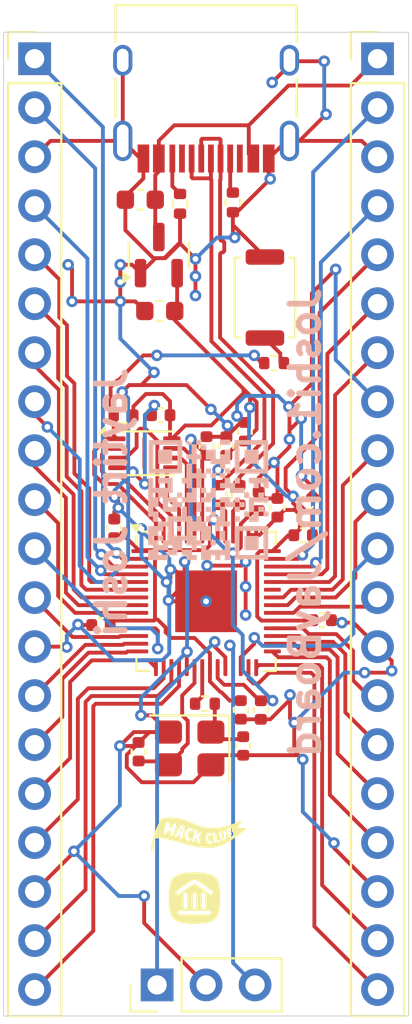
<source format=kicad_pcb>
(kicad_pcb (version 20241229) (generator "pcbnew") (generator_version "9.0")
  (layers (0 "F.Cu" signal) (2 "B.Cu" signal) (13 "F.Paste" user) (15 "B.Paste" user) (5 "F.SilkS" user "F.Silkscreen") (7 "B.SilkS" user "B.Silkscreen") (1 "F.Mask" user) (3 "B.Mask" user) (25 "Edge.Cuts" user))
  (net 0 "")
  (net 1 "+3V3")
  (net 2 "GND")
  (net 3 "+1V1")
  (net 4 "VBUS")
  (net 5 "XIN")
  (net 6 "Net-(C16-Pad2)")
  (net 7 "USB_D-")
  (net 8 "Net-(J1-CC1)")
  (net 9 "Net-(J1-CC2)")
  (net 10 "GPIO12")
  (net 11 "GPIO10")
  (net 12 "GPIO5")
  (net 13 "GPIO0")
  (net 14 "GPIO9")
  (net 15 "GPIO2")
  (net 16 "GPIO14")
  (net 17 "GPIO4")
  (net 18 "GPIO6")
  (net 19 "GPIO7")
  (net 20 "GPIO11")
  (net 21 "GPIO1")
  (net 22 "GPIO8")
  (net 23 "GPIO3")
  (net 24 "GPIO13")
  (net 25 "GPIO15")
  (net 26 "GPIO29_ADC3")
  (net 27 "GPIO26_ADC0")
  (net 28 "GPIO24")
  (net 29 "GPIO20")
  (net 30 "RUN")
  (net 31 "GPIO17")
  (net 32 "GPIO28_ADC2")
  (net 33 "GPIO23")
  (net 34 "GPIO27_ADC1")
  (net 35 "GPIO16")
  (net 36 "GPIO18")
  (net 37 "GPIO19")
  (net 38 "GPIO22")
  (net 39 "GPIO21")
  (net 40 "SWD")
  (net 41 "SWCLK")
  (net 42 "Net-(U1-USB_DP)")
  (net 43 "Net-(U1-USB_DM)")
  (net 44 "QSPI_SS")
  (net 45 "QSPI_SD3")
  (net 47 "QSPI_SCLK")
  (net 48 "XOUT")
  (net 49 "QSPI_SD1")
  (net 50 "QSPI_SD0")
  (net 51 "QSPI_SD2")
  (net 52 "Net-(R6-Pad2)")
  (net 53 "USB_D+")
  (footprint "Capacitor_SMD:C_0402_1005Metric" (layer "F.Cu") (at 232.62 101.07 -90)
    (property "Reference" "C2" (hide yes))
    (property "Value" "0.1uF" (hide yes))
  )
  (footprint "Capacitor_SMD:C_0402_1005Metric" (layer "F.Cu") (at 232.745 102.94 90)
    (property "Reference" "C16" (hide yes))
    (property "Value" "33pF" (hide yes))
  )
  (footprint "Resistor_SMD:R_0402_1005Metric" (layer "F.Cu") (at 230.76 100.75 180)
    (property "Reference" "R5" (hide yes))
    (property "Value" "1K" (hide yes))
  )
  (footprint "Package_SON:Winbond_USON-8-1EP_3x2mm_P0.5mm_EP0.2x1.6mm" (layer "F.Cu") (at 227.62 87.765)
    (property "Reference" "U4" (hide yes))
    (property "Value" "W25Q16JVUXIQ TR" (hide yes))
  )
  (footprint "Resistor_SMD:R_0402_1005Metric" (layer "F.Cu") (at 231.495 89.93 -90)
    (property "Reference" "R3" (hide yes))
    (property "Value" "27" (hide yes))
  )
  (footprint "Capacitor_SMD:C_0402_1005Metric" (layer "F.Cu") (at 236.84 96.42)
    (property "Reference" "C9" (hide yes))
    (property "Value" "0.1uF")
  )
  (footprint "Resistor_SMD:R_0402_1005Metric" (layer "F.Cu") (at 229.47 74.83 -90)
    (property "Reference" "R1" (hide yes))
    (property "Value" "5.1K" (hide yes))
  )
  (footprint "Button_Switch_SMD:SW_Push_SPST_NO_Alps_SKRK" (layer "F.Cu") (at 233.87 79.69 -90)
    (property "Reference" "SW1" (hide yes))
    (property "Value" "SW_Push" (hide yes))
  )
  (footprint "LOGO" (layer "F.Cu") (at 230.22 110.83)
    (property "Reference" "G***" (hide yes))
    (property "Value" "LOGO" (hide yes))
  )
  (footprint "Capacitor_SMD:C_0402_1005Metric" (layer "F.Cu") (at 232.83 86.65 90)
    (property "Reference" "C7" (hide yes))
    (property "Value" "0.1uF" (hide yes))
  )
  (footprint "Capacitor_SMD:C_0402_1005Metric" (layer "F.Cu") (at 230.845 87.385 90)
    (property "Reference" "C12" (hide yes))
    (property "Value" "0.1uF" (hide yes))
  )
  (footprint "Capacitor_SMD:C_0402_1005Metric" (layer "F.Cu") (at 233.66 101.08 -90)
    (property "Reference" "C10" (hide yes))
    (property "Value" "1uF" (hide yes))
  )
  (footprint "Capacitor_SMD:C_0402_1005Metric" (layer "F.Cu") (at 236.02 90.365 45)
    (property "Reference" "C1" (hide yes))
    (property "Value" "1uF" (hide yes))
  )
  (footprint "Package_TO_SOT_SMD:SOT-23" (layer "F.Cu") (at 228.37 77.49 90)
    (property "Reference" "U2" (hide yes))
    (property "Value" "MCP1700x-330xxTT" (hide yes))
  )
  (footprint "Resistor_SMD:R_0402_1005Metric" (layer "F.Cu") (at 232.21 74.76 -90)
    (property "Reference" "R2" (hide yes))
    (property "Value" "5.1K" (hide yes))
  )
  (footprint "Connector_USB:USB_C_Receptacle_HRO_TYPE-C-31-M-12" (layer "F.Cu") (at 230.82 68.44 180)
    (property "Reference" "J1" (hide yes))
    (property "Value" "USB_C_Receptacle_USB2.0_14P" (hide yes))
  )
  (footprint "Capacitor_SMD:C_0402_1005Metric" (layer "F.Cu") (at 227.32 103.24 -90)
    (property "Reference" "C15" (hide yes))
    (property "Value" "33pF" (hide yes))
  )
  (footprint "Connector_PinHeader_2.54mm:PinHeader_1x20_P2.54mm_Vertical" (layer "F.Cu") (at 221.93 67.31)
    (property "Reference" "J2" (hide yes))
    (property "Value" "Conn_01x20" (hide yes))
  )
  (footprint "Resistor_SMD:R_0402_1005Metric" (layer "F.Cu") (at 232.545 89.93 -90)
    (property "Reference" "R4" (hide yes))
    (property "Value" "27" (hide yes))
  )
  (footprint "Capacitor_SMD:C_0402_1005Metric" (layer "F.Cu") (at 228.47 85.79 180)
    (property "Reference" "C17" (hide yes))
    (property "Value" "0.1uF" (hide yes))
  )
  (footprint "Capacitor_SMD:C_0603_1608Metric" (layer "F.Cu") (at 227.41 74.62 180)
    (property "Reference" "C13" (hide yes))
    (property "Value" "10uF" (hide yes))
  )
  (footprint "Capacitor_SMD:C_0402_1005Metric" (layer "F.Cu") (at 226.06 91.66 90)
    (property "Reference" "C4" (hide yes))
    (property "Value" "0.1uF" (hide yes))
  )
  (footprint "Connector_PinHeader_2.54mm:PinHeader_1x03_P2.54mm_Vertical" (layer "F.Cu") (at 228.28 115.33 90)
    (property "Reference" "J4" (hide yes))
    (property "Value" "Conn_01x03" (hide yes))
  )
  (footprint "Connector_PinHeader_2.54mm:PinHeader_1x20_P2.54mm_Vertical" (layer "F.Cu") (at 239.71 67.31)
    (property "Reference" "J3" (hide yes))
    (property "Value" "Conn_01x20" (hide yes))
  )
  (footprint "Resistor_SMD:R_0402_1005Metric" (layer "F.Cu") (at 234.345 83.09)
    (property "Reference" "R6" (hide yes))
    (property "Value" "1K" (hide yes))
  )
  (footprint "Capacitor_SMD:C_0402_1005Metric" (layer "F.Cu") (at 233.545 90.26 90)
    (property "Reference" "C11" (hide yes))
    (property "Value" "0.1uF" (hide yes))
  )
  (footprint "Resistor_SMD:R_0402_1005Metric" (layer "F.Cu") (at 226.54 85.81)
    (property "Reference" "R7" (hide yes))
    (property "Value" "10K" (hide yes))
  )
  (footprint "Capacitor_SMD:C_0603_1608Metric" (layer "F.Cu") (at 228.42 80.39 180)
    (property "Reference" "C14" (hide yes))
    (property "Value" "10uF" (hide yes))
  )
  (footprint "Capacitor_SMD:C_0402_1005Metric" (layer "F.Cu") (at 234.52 90.59 90)
    (property "Reference" "C5" (hide yes))
    (property "Value" "0.1uF" (hide yes))
  )
  (footprint "Capacitor_SMD:C_0402_1005Metric" (layer "F.Cu") (at 231.87 87.39 90)
    (property "Reference" "C6" (hide yes))
    (property "Value" "0.1uF" (hide yes))
  )
  (footprint "Crystal:Crystal_SMD_3225-4Pin_3.2x2.5mm" (layer "F.Cu") (at 229.97 103.07 180)
    (property "Reference" "Y1" (hide yes))
    (property "Value" "12 MHz" (hide yes))
  )
  (footprint "LOGO" (layer "F.Cu") (at 230.46 107.51)
    (property "Reference" "G***" (hide yes))
    (property "Value" "LOGO" (hide yes))
  )
  (footprint "Capacitor_SMD:C_0402_1005Metric" (layer "F.Cu") (at 225.37 96.67 180)
    (property "Reference" "C3" (hide yes))
    (property "Value" "0.1uF" (hide yes))
  )
  (footprint "Capacitor_SMD:C_0402_1005Metric" (layer "F.Cu") (at 235.85 92.015)
    (property "Reference" "C8" (hide yes))
    (property "Value" "0.1uF" (hide yes))
  )
  (footprint "Package_DFN_QFN:QFN-56-1EP_7x7mm_P0.4mm_EP3.2x3.2mm" (layer "F.Cu") (at 230.82 95.44)
    (property "Reference" "U1" (hide yes))
    (property "Value" "RP2040" (hide yes))
  )
  (footprint "LOGO" (layer "B.Cu") (at 230.873099 90.046199 180)
    (property "Reference" "G***" (hide yes))
    (property "Value" "LOGO" (hide yes))
  )
  (gr_rect (start 220.32 65.94) (end 241.32 116.94) (stroke (width 0.05)) (fill no) (layer "Edge.Cuts"))
  (gr_text "Joshi1.com/JayBoard" (at 235.96 91.37 90) (layer "B.SilkS") (effects (font (size 1.5 1.5) (thickness 0.3) (bold yes)) (justify mirror)))
  (gr_text "Jaytirt Joshi" (at 225.04 90.33 90) (layer "B.SilkS") (effects (font (size 1.5 1.5) (thickness 0.3) (bold yes)) (justify top mirror)))
  (segment (start 235.680589 90.704411) (end 234.885589 90.704411) (width 0.2) (layer "F.Cu") (net 1))
  (segment (start 227.3825 96.44) (end 228.12 96.44) (width 0.2) (layer "F.Cu") (net 1))
  (segment (start 231.02 98.8775) (end 231.02 98.14) (width 0.2) (layer "F.Cu") (net 1))
  (segment (start 234.885589 90.704411) (end 234.52 91.07) (width 0.2) (layer "F.Cu") (net 1))
  (segment (start 229.021 97.341) (end 228.721 97.041) (width 0.2) (layer "F.Cu") (net 1))
  (segment (start 234.945 88.54) (end 236.706 86.779) (width 0.2) (layer "F.Cu") (net 1))
  (segment (start 234.2575 96.44) (end 233.682439 96.44) (width 0.2) (layer "F.Cu") (net 1))
  (segment (start 228.95 85.79) (end 228.95 85.069105) (width 0.2) (layer "F.Cu") (net 1))
  (segment (start 233.471 96.228561) (end 233.471 92.989) (width 0.2) (layer "F.Cu") (net 1))
  (segment (start 236.34 96.44) (end 236.36 96.42) (width 0.2) (layer "F.Cu") (net 1))
  (segment (start 236.706 80.474) (end 239.71 77.47) (width 0.2) (layer "F.Cu") (net 1))
  (segment (start 229.736 86.324) (end 231.085943 86.324) (width 0.2) (layer "F.Cu") (net 1))
  (segment (start 232.05034 100.59) (end 231.63134 100.171) (width 0.2) (layer "F.Cu") (net 1))
  (segment (start 232.7575 84.4275) (end 229.195 80.865) (width 0.2) (layer "F.Cu") (net 1))
  (segment (start 231.42 92.0025) (end 231.42 91.404082) (width 0.2) (layer "F.Cu") (net 1))
  (segment (start 233.1 85.38) (end 233.09 85.39) (width 0.2) (layer "F.Cu") (net 1))
  (segment (start 228.570895 84.69) (end 227.7 84.69) (width 0.2) (layer "F.Cu") (net 1))
  (segment (start 233.62 92.84) (end 234.2575 92.84) (width 0.2) (layer "F.Cu") (net 1))
  (segment (start 235.33 89.993231) (end 235.131 89.794231) (width 0.2) (layer "F.Cu") (net 1))
  (segment (start 231.549 100.129) (end 231.5519 100.129) (width 0.2) (layer "F.Cu") (net 1))
  (segment (start 228.721 96.799242) (end 228.311758 96.39) (width 0.2) (layer "F.Cu") (net 1))
  (segment (start 227.3825 92.84) (end 226.6825 92.14) (width 0.2) (layer "F.Cu") (net 1))
  (segment (start 234.2575 96.44) (end 236.34 96.44) (width 0.2) (layer "F.Cu") (net 1))
  (segment (start 234.945 89.59745) (end 234.945 88.54) (width 0.2) (layer "F.Cu") (net 1))
  (segment (start 233.682439 96.44) (end 233.471 96.228561) (width 0.2) (layer "F.Cu") (net 1))
  (segment (start 233.02 92.0025) (end 233.5875 92.0025) (width 0.2) (layer "F.Cu") (net 1))
  (segment (start 229.195 80.865) (end 229.195 80.39) (width 0.2) (layer "F.Cu") (net 1))
  (segment (start 235.680589 91.704411) (end 235.37 92.015) (width 0.2) (layer "F.Cu") (net 1))
  (segment (start 226.08 96.44) (end 225.85 96.67) (width 0.2) (layer "F.Cu") (net 1))
  (segment (start 228.95 86.92) (end 229.045 87.015) (width 0.2) (layer "F.Cu") (net 1))
  (segment (start 228.17 92.789) (end 227.4335 92.789) (width 0.2) (layer "F.Cu") (net 1))
  (segment (start 232.62 100.59) (end 232.05034 100.59) (width 0.2) (layer "F.Cu") (net 1))
  (segment (start 228.311758 96.39) (end 228.17 96.39) (width 0.2) (layer "F.Cu") (net 1))
  (segment (start 228.95 85.79) (end 228.95 86.92) (width 0.2) (layer "F.Cu") (net 1))
  (segment (start 233.5875 92.0025) (end 234.52 91.07) (width 0.2) (layer "F.Cu") (net 1))
  (segment (start 231.02 92.0025) (end 231.02 91.404082) (width 0.2) (layer "F.Cu") (net 1))
  (segment (start 235.37 92.015) (end 235.0825 92.015) (width 0.2) (layer "F.Cu") (net 1))
  (segment (start 231.02 99.6) (end 231.24 99.82) (width 0.2) (layer "F.Cu") (net 1))
  (segment (start 231.085943 86.324) (end 232.7575 84.652443) (width 0.2) (layer "F.Cu") (net 1))
  (segment (start 233.1 84.77) (end 232.7575 84.4275) (width 0.2) (layer "F.Cu") (net 1))
  (segment (start 233.1 84.77) (end 233.1 85.38) (width 0.2) (layer "F.Cu") (net 1))
  (segment (start 227.4335 92.789) (end 227.3825 92.84) (width 0.2) (layer "F.Cu") (net 1))
  (segment (start 231.02 92.54) (end 230.771 92.789) (width 0.2) (layer "F.Cu") (net 1))
  (segment (start 231.02 98.8775) (end 231.02 99.6) (width 0.2) (layer "F.Cu") (net 1))
  (segment (start 236.706 86.779) (end 236.706 80.474) (width 0.2) (layer "F.Cu") (net 1))
  (segment (start 233.441 86.519) (end 233.441 85.111) (width 0.2) (layer "F.Cu") (net 1))
  (segment (start 235.131 89.794231) (end 235.131 89.78345) (width 0.2) (layer "F.Cu") (net 1))
  (segment (start 232.7575 84.652443) (end 232.7575 84.4275) (width 0.2) (layer "F.Cu") (net 1))
  (segment (start 228.95 85.069105) (end 228.570895 84.69) (width 0.2) (layer "F.Cu") (net 1))
  (segment (start 231.02 91.404082) (end 231.22 91.204082) (width 0.2) (layer "F.Cu") (net 1))
  (segment (start 233.471 92.989) (end 233.62 92.84) (width 0.2) (layer "F.Cu") (net 1))
  (segment (start 227.05 85.34) (end 227.05 85.81) (width 0.2) (layer "F.Cu") (net 1))
  (segment (start 232.79 87.13) (end 232.61 87.13) (width 0.2) (layer "F.Cu") (net 1))
  (segment (start 231.02 98.14) (end 230.221 97.341) (width 0.2) (layer "F.Cu") (net 1))
  (segment (start 229.045 87.015) (end 229.736 86.324) (width 0.2) (layer "F.Cu") (net 1))
  (segment (start 235.131 89.78345) (end 234.945 89.59745) (width 0.2) (layer "F.Cu") (net 1))
  (segment (start 227.7 84.69) (end 227.05 85.34) (width 0.2) (layer "F.Cu") (net 1))
  (segment (start 228.12 96.44) (end 228.17 96.39) (width 0.2) (layer "F.Cu") (net 1))
  (segment (start 228.17 96.39) (end 228.17 92.789) (width 0.2) (layer "F.Cu") (net 1))
  (segment (start 226.45 91.84) (end 226.45 91.9075) (width 0.2) (layer "F.Cu") (net 1))
  (segment (start 235.680589 90.704411) (end 235.680589 91.704411) (width 0.2) (layer "F.Cu") (net 1))
  (segment (start 231.24 99.82) (end 231.549 100.129) (width 0.2) (layer "F.Cu") (net 1))
  (segment (start 235.33 89.993231) (end 235.33 90.353822) (width 0.2) (layer "F.Cu") (net 1))
  (segment (start 229.32 78.4275) (end 229.32 80.265) (width 0.2) (layer "F.Cu") (net 1))
  (segment (start 228.721 97.041) (end 228.721 96.799242) (width 0.2) (layer "F.Cu") (net 1))
  (segment (start 232.61 87.13) (end 231.87 87.87) (width 0.2) (layer "F.Cu") (net 1))
  (segment (start 231.42 91.404082) (end 231.22 91.204082) (width 0.2) (layer "F.Cu") (net 1))
  (segment (start 230.771 92.789) (end 228.17 92.789) (width 0.2) (layer "F.Cu") (net 1))
  (segment (start 233.441 85.111) (end 233.1 84.77) (width 0.2) (layer "F.Cu") (net 1))
  (segment (start 235.0825 92.015) (end 234.2575 92.84) (width 0.2) (layer "F.Cu") (net 1))
  (segment (start 226.6825 92.14) (end 226.06 92.14) (width 0.2) (layer "F.Cu") (net 1))
  (segment (start 231.444387 88.622083) (end 231.444387 88.295613) (width 0.2) (layer "F.Cu") (net 1))
  (segment (start 230.221 97.341) (end 229.021 97.341) (width 0.2) (layer "F.Cu") (net 1))
  (segment (start 227.3825 96.44) (end 226.08 96.44) (width 0.2) (layer "F.Cu") (net 1))
  (segment (start 231.444387 88.295613) (end 231.87 87.87) (width 0.2) (layer "F.Cu") (net 1))
  (segment (start 235.33 90.353822) (end 235.680589 90.704411) (width 0.2) (layer "F.Cu") (net 1))
  (segment (start 232.83 87.13) (end 233.441 86.519) (width 0.2) (layer "F.Cu") (net 1))
  (segment (start 229.32 80.265) (end 229.195 80.39) (width 0.2) (layer "F.Cu") (net 1))
  (segment (start 231.02 92.0025) (end 231.02 92.54) (width 0.2) (layer "F.Cu") (net 1))
  (via (at 231.22 91.204082) (size 0.6) (drill 0.3) (layers "F.Cu" "B.Cu") (net 1))
  (via (at 235.33 89.993231) (size 0.6) (drill 0.3) (layers "F.Cu" "B.Cu") (net 1))
  (via (at 231.444387 88.622083) (size 0.6) (drill 0.3) (layers "F.Cu" "B.Cu") (net 1))
  (via (at 233.09 85.39) (size 0.6) (drill 0.3) (layers "F.Cu" "B.Cu") (net 1))
  (segment (start 233.05 88.045) (end 234.998231 89.993231) (width 0.2) (layer "B.Cu") (net 1))
  (segment (start 234.998231 89.993231) (end 235.33 89.993231) (width 0.2) (layer "B.Cu") (net 1))
  (segment (start 231.22 91.204082) (end 231.22 88.84647) (width 0.2) (layer "B.Cu") (net 1))
  (segment (start 233.09 85.39) (end 233.05 85.43) (width 0.2) (layer "B.Cu") (net 1))
  (segment (start 231.22 88.84647) (end 231.444387 88.622083) (width 0.2) (layer "B.Cu") (net 1))
  (segment (start 233.05 85.43) (end 233.05 88.045) (width 0.2) (layer "B.Cu") (net 1))
  (segment (start 231.87 86.91) (end 230.85 86.91) (width 0.2) (layer "F.Cu") (net 2))
  (segment (start 227.57 72.485) (end 227.415 72.485) (width 0.2) (layer "F.Cu") (net 2))
  (segment (start 226.06 90.8) (end 226.27 90.59) (width 0.2) (layer "F.Cu") (net 2))
  (segment (start 232.21 76.487022) (end 232.303587 76.580609) (width 0.2) (layer "F.Cu") (net 2))
  (segment (start 227.14 102.94) (end 227.32 102.76) (width 0.2) (layer "F.Cu") (net 2))
  (segment (start 230.82 115.33) (end 227.61 112.12) (width 0.2) (layer "F.Cu") (net 2))
  (segment (start 232.424498 85.833972) (end 232.493972 85.833972) (width 0.2) (layer "F.Cu") (net 2))
  (segment (start 235.14 71.57) (end 238.89 71.57) (width 0.2) (layer "F.Cu") (net 2))
  (segment (start 226.9825 77.99) (end 227.42 78.4275) (width 0.2) (layer "F.Cu") (net 2))
  (segment (start 237.45 108.23) (end 237.45 107.97) (width 0.2) (layer "F.Cu") (net 2))
  (segment (start 228.1975 77.65) (end 227.42 78.4275) (width 0.2) (layer "F.Cu") (net 2))
  (segment (start 233.66 101.56) (end 234.149943 101.56) (width 0.2) (layer "F.Cu") (net 2))
  (segment (start 227.46 84.23) (end 228.12 83.57) (width 0.2) (layer "F.Cu") (net 2))
  (segment (start 226.37 79.89) (end 227.145 79.89) (width 0.2) (layer "F.Cu") (net 2))
  (segment (start 235.14 71.57) (end 234.985 71.57) (width 0.2) (layer "F.Cu") (net 2))
  (segment (start 232.21 75.93) (end 232.21 76.487022) (width 0.2) (layer "F.Cu") (net 2))
  (segment (start 226.83 84.23) (end 227.46 84.23) (width 0.2) (layer "F.Cu") (net 2))
  (segment (start 226.5 71.57) (end 222.75 71.57) (width 0.2) (layer "F.Cu") (net 2))
  (segment (start 227.61 112.12) (end 227.61 110.72) (width 0.2) (layer "F.Cu") (net 2))
  (segment (start 223.574855 97.79) (end 223.598163 97.813308) (width 0.2) (layer "F.Cu") (net 2))
  (segment (start 234.245 68.54) (end 235.345 67.44) (width 0.2) (layer "F.Cu") (net 2))
  (segment (start 240.445 99.04) (end 240.445 98.525) (width 0.2) (layer "F.Cu") (net 2))
  (segment (start 228.92 95.44) (end 228.87 95.39) (width 0.2) (layer "F.Cu") (net 2))
  (segment (start 231.87 86.388472) (end 231.931736 86.326736) (width 0.2) (layer "F.Cu") (net 2))
  (segment (start 228.87 102.22) (end 227.07 102.22) (width 0.2) (layer "F.Cu") (net 2))
  (segment (start 221.93 85.74) (end 222.59 86.4) (width 0.2) (layer "F.Cu") (net 2))
  (segment (start 239.71 110.49) (end 237.45 108.23) (width 0.2) (layer "F.Cu") (net 2))
  (segment (start 233.545 89.04) (end 234.345 88.24) (width 0.2) (layer "F.Cu") (net 2))
  (segment (start 232.671 93.59) (end 230.87 93.59) (width 0.2) (layer "F.Cu") (net 2))
  (segment (start 231.57 103.42) (end 231.07 103.92) (width 0.2) (layer "F.Cu") (net 2))
  (segment (start 230.82 95.44) (end 228.92 95.44) (width 0.2) (layer "F.Cu") (net 2))
  (segment (start 226.06 91.18) (end 226.06 90.8) (width 0.2) (layer "F.Cu") (net 2))
  (segment (start 236.359411 90.925589) (end 236.33 90.955) (width 0.2) (layer "F.Cu") (net 2))
  (segment (start 235.39 101.73) (end 235.39 103.195) (width 0.2) (layer "F.Cu") (net 2))
  (segment (start 232.871 93.39) (end 232.871 94.68) (width 0.2) (layer "F.Cu") (net 2))
  (segment (start 235.345 67.44) (end 236.945 67.44) (width 0.2) (layer "F.Cu") (net 2))
  (segment (start 238.466441 96.546441) (end 237.86 96.546441) (width 0.2) (layer "F.Cu") (net 2))
  (segment (start 222.75 71.57) (end 221.93 72.39) (width 0.2) (layer "F.Cu") (net 2))
  (segment (start 227.47 91.69) (end 227.37 91.69) (width 0.2) (layer "F.Cu") (net 2))
  (segment (start 235.145 85.385) (end 235.11 85.35) (width 0.2) (layer "F.Cu") (net 2))
  (segment (start 236.359411 90.025589) (end 236.359411 89.529411) (width 0.2) (layer "F.Cu") (net 2))
  (segment (start 226.195 88.515) (end 226.80353 88.515) (width 0.2) (layer "F.Cu") (net 2))
  (segment (start 234.985 71.57) (end 234.07 72.485) (width 0.2) (layer "F.Cu") (net 2))
  (segment (start 230.169 104.821) (end 227.48345 104.821) (width 0.2) (layer "F.Cu") (net 2))
  (segment (start 234.52 90.11) (end 234.52 88.415) (width 0.2) (layer "F.Cu") (net 2))
  (segment (start 235.66 71.57) (end 237.04 70.19) (width 0.2) (layer "F.Cu") (net 2))
  (segment (start 226.5 71.57) (end 226.5 67.39) (width 0.2) (layer "F.Cu") (net 2))
  (segment (start 226.37 78.89) (end 226.37 77.99) (width 0.2) (layer "F.Cu") (net 2))
  (segment (start 231.07 85.49) (end 229.81 84.23) (width 0.2) (layer "F.Cu") (net 2))
  (segment (start 234.52 88.415) (end 234.345 88.24) (width 0.2) (layer "F.Cu") (net 2))
  (segment (start 226.635 74.455) (end 227.57 73.52) (width 0.2) (layer "F.Cu") (net 2))
  (segment (start 221.93 110.49) (end 223.97 108.45) (width 0.2) (layer "F.Cu") (net 2))
  (segment (start 230.82 95.44) (end 229.17 93.79) (width 0.2) (layer "F.Cu") (net 2))
  (segment (start 235.615 103.42) (end 232.745 103.42) (width 0.2) (layer "F.Cu") (net 2))
  (segment (start 227.415 72.485) (end 226.5 71.57) (width 0.2) (layer "F.Cu") (net 2))
  (segment (start 239.71 97.79) (end 238.466441 96.546441) (width 0.2) (layer "F.Cu") (net 2))
  (segment (start 227.57 73.52) (end 227.57 72.485) (width 0.2) (layer "F.Cu") (net 2))
  (segment (start 235.14 71.57) (end 235.66 71.57) (width 0.2) (layer "F.Cu") (net 2))
  (segment (start 226.709 104.04655) (end 226.709 103.39345) (width 0.2) (layer "F.Cu") (net 2))
  (segment (start 229.47 76.831968) (end 228.651968 77.65) (width 0.2) (layer "F.Cu") (net 2))
  (segment (start 236.359411 89.529411) (end 235.77 88.94) (width 0.2) (layer "F.Cu") (net 2))
  (segment (start 227.145 79.89) (end 227.645 80.39) (width 0.2) (layer "F.Cu") (net 2))
  (segment (start 228.651968 77.65) (end 228.088032 77.65) (width 0.2) (layer "F.Cu") (net 2))
  (segment (start 221.93 97.79) (end 223.574855 97.79) (width 0.2) (layer "F.Cu") (net 2))
  (segment (start 228.97 93.79) (end 228.97 94.24) (width 0.2) (layer "F.Cu") (net 2))
  (segment (start 226.80353 88.515) (end 227.024265 88.735735) (width 0.2) (layer "F.Cu") (net 2))
  (segment (start 234.52 90.11) (end 233.875 90.11) (width 0.2) (layer "F.Cu") (net 2))
  (segment (start 235.145 87.04) (end 235.145 85.385) (width 0.2) (layer "F.Cu") (net 2))
  (segment (start 228.002 101.352) (end 228.87 102.22) (width 0.2) (layer "F.Cu") (net 2))
  (segment (start 229.71 94.55) (end 229.71 93.389) (width 0.2) (layer "F.Cu") (net 2))
  (segment (start 229.17 93.79) (end 228.97 93.79) (width 0.2) (layer "F.Cu") (net 2))
  (segment (start 239.71 97.79) (end 239.71 98.47) (width 0.2) (layer "F.Cu") (net 2))
  (segment (start 226.83 84.23) (end 226.47 84.59) (width 0.2) (layer "F.Cu") (net 2))
  (segment (start 238.89 71.57) (end 239.71 72.39) (width 0.2) (layer "F.Cu") (net 2))
  (segment (start 226.635 74.62) (end 226.635 74.455) (width 0.2) (layer "F.Cu") (net 2))
  (segment (start 229.82 98.067581) (end 229.82 98.8775) (width 0.2) (layer "F.Cu") (net 2))
  (segment (start 227.07 102.22) (end 226.35 102.94) (width 0.2) (layer "F.Cu") (net 2))
  (segment (start 226.709 103.39345) (end 227.88245 102.22) (width 0.2) (layer "F.Cu") (net 2))
  (segment (start 223.87 78.19) (end 223.67 77.99) (width 0.2) (layer "F.Cu") (net 2))
  (segment (start 229.47 75.34) (end 229.47 76.831968) (width 0.2) (layer "F.Cu") (net 2))
  (segment (start 235.39 103.195) (end 235.835 103.64) (width 0.2) (layer "F.Cu") (net 2))
  (segment (start 234.149943 101.56) (end 235.17 100.539943) (width 0.2) (layer "F.Cu") (net 2))
  (segment (start 227.99 85.435446) (end 228.135446 85.29) (width 0.2) (layer "F.Cu") (net 2))
  (segment (start 223.87 79.89) (end 226.37 79.89) (width 0.2) (layer "F.Cu") (net 2))
  (segment (start 224.89 96.67) (end 224.208008 96.67) (width 0.2) (layer "F.Cu") (net 2))
  (segment (start 236.33 90.955) (end 236.33 92.015) (width 0.2) (layer "F.Cu") (net 2))
  (segment (start 235.145 87.04) (end 235.145 86.565) (width 0.2) (layer "F.Cu") (net 2))
  (segment (start 236.305 79.465) (end 237.54 78.23) (width 0.2) (layer "F.Cu") (net 2))
  (segment (start 236.305 84.155) (end 236.305 79.465) (width 0.2) (layer "F.Cu") (net 2))
  (segment (start 232.415 75.27) (end 232.21 75.27) (width 0.2) (layer "F.Cu") (net 2))
  (segment (start 232.21 75.27) (end 232.21 75.93) (width 0.2) (layer "F.Cu") (net 2))
  (segment (start 235.145 86.565) (end 235.75 85.96) (width 0.2) (layer "F.Cu") (net 2))
  (segment (start 227.99 85.79) (end 227.99 85.435446) (width 0.2) (layer "F.Cu") (net 2))
  (segment (start 235.145 87.44) (end 234.345 88.24) (width 0.2) (layer "F.Cu") (net 2))
  (segment (start 226.27 90.59) (end 226.27 90.245627) (width 0.2) (layer "F.Cu") (net 2))
  (segment (start 226.27 90.245627) (end 226.071 90.046627) (width 0.2) (layer "F.Cu") (net 2))
  (segment (start 226.635 76.196968) (end 226.635 74.62) (width 0.2) (layer "F.Cu") (net 2))
  (segment (start 228.088032 77.65) (end 226.635 76.196968) (width 0.2) (layer "F.Cu") (net 2))
  (segment (start 227.37 91.69) (end 226.27 90.59) (width 0.2) (layer "F.Cu") (net 2))
  (segment (start 228.87 95.39) (end 229.71 94.55) (width 0.2) (layer "F.Cu") (net 2))
  (segment (start 230.85 86.91) (end 230.845 86.905) (width 0.2) (layer "F.Cu") (net 2))
  (segment (start 231.07 103.92) (end 230.169 104.821) (width 0.2) (layer "F.Cu") (net 2))
  (segment (start 230.27 79.59) (end 230.27 77.69) (width 0.2) (layer "F.Cu") (net 2))
  (segment (start 229.47 76.89) (end 228.71 77.65) (width 0.2) (layer "F.Cu") (net 2))
  (segment (start 224.208008 96.67) (end 224.178008 96.64) (width 0.2) (layer "F.Cu") (net 2))
  (segment (start 232.61 86.17) (end 231.87 86.91) (width 0.2) (layer "F.Cu") (net 2))
  (segment (start 232.83 86.17) (end 232.61 86.17) (width 0.2) (layer "F.Cu") (net 2))
  (segment (start 239.04 99.14) (end 240.345 99.14) (width 0.2) (layer "F.Cu") (net 2))
  (segment (start 227.88245 102.22) (end 228.87 102.22) (width 0.2) (layer "F.Cu") (net 2))
  (segment (start 232.871 94.68) (end 232.871 96.15) (width 0.2) (layer "F.Cu") (net 2))
  (segment (start 233.545 89.78) (end 233.545 89.04) (width 0.2) (layer "F.Cu") (net 2))
  (segment (start 235.145 87.04) (end 235.145 87.44) (width 0.2) (layer "F.Cu") (net 2))
  (segment (start 234.07 73.465) (end 234.145 73.54) (width 0.2) (layer "F.Cu") (net 2))
  (segment (start 233.66 101.56) (end 232.63 101.56) (width 0.2) (layer "F.Cu") (net 2))
  (segment (start 221.93 85.09) (end 221.93 85.74) (width 0.2) (layer "F.Cu") (net 2))
  (segment (start 229.832649 98.054932) (end 229.82 98.067581) (width 0.2) (layer "F.Cu") (net 2))
  (segment (start 232.493972 85.833972) (end 232.83 86.17) (width 0.2) (layer "F.Cu") (net 2))
  (segment (start 229.81 84.23) (end 226.83 84.23) (width 0.2) (layer "F.Cu") (net 2))
  (segment (start 226.37 79.89) (end 226.37 77.99) (width 0.2) (layer "F.Cu") (net 2))
  (segment (start 234.07 72.485) (end 234.07 73.465) (width 0.2) (layer "F.Cu") (net 2))
  (segment (start 231.87 86.91) (end 231.87 86.388472) (width 0.2) (layer "F.Cu") (net 2))
  (segment (start 232.21 75.93) (end 233.87 77.59) (width 0.2) (layer "F.Cu") (net 2))
  (segment (start 240.345 99.14) (end 240.445 99.04) (width 0.2) (layer "F.Cu") (net 2))
  (segment (start 232.871 93.39) (end 232.671 93.59) (width 0.2) (layer "F.Cu") (net 2))
  (segment (start 232.745 103.42) (end 231.57 103.42) (width 0.2) (layer "F.Cu") (net 2))
  (segment (start 230.27 77.69) (end 229.47 76.89) (width 0.2) (layer "F.Cu") (net 2))
  (segment (start 235.17 101.51) (end 235.39 101.73) (width 0.2) (layer "F.Cu") (net 2))
  (segment (start 240.445 98.525) (end 239.71 97.79) (width 0.2) (layer "F.Cu") (net 2))
  (segment (start 223.87 79.89) (end 223.87 78.19) (width 0.2) (layer "F.Cu") (net 2))
  (segment (start 237.733559 96.42) (end 237.86 96.546441) (width 0.2) (layer "F.Cu") (net 2))
  (segment (start 233.875 90.11) (end 233.545 89.78) (width 0.2) (layer "F.Cu") (net 2))
  (segment (start 227.44 101.352) (end 228.002 101.352) (width 0.2) (layer "F.Cu") (net 2))
  (segment (start 235.17 100.539943) (end 235.17 100.29) (width 0.2) (layer "F.Cu") (net 2))
  (segment (start 234.145 73.54) (end 232.415 75.27) (width 0.2) (layer "F.Cu") (net 2))
  (segment (start 236.359411 90.025589) (end 236.359411 90.925589) (width 0.2) (layer "F.Cu") (net 2))
  (segment (start 226.35 102.94) (end 227.14 102.94) (width 0.2) (layer "F.Cu") (net 2))
  (segment (start 226.37 77.99) (end 226.9825 77.99) (width 0.2) (layer "F.Cu") (net 2))
  (segment (start 235.77 88.94) (end 235.77 88.93) (width 0.2) (layer "F.Cu") (net 2))
  (segment (start 223.97 108.45) (end 223.97 108.4) (width 0.2) (layer "F.Cu") (net 2))
  (segment (start 235.11 85.35) (end 236.305 84.155) (width 0.2) (layer "F.Cu") (net 2))
  (segment (start 237.32 96.42) (end 237.733559 96.42) (width 0.2) (layer "F.Cu") (net 2))
  (segment (start 228.71 77.65) (end 228.1975 77.65) (width 0.2) (layer "F.Cu") (net 2))
  (segment (start 232.63 101.56) (end 232.62 101.55) (width 0.2) (layer "F.Cu") (net 2))
  (segment (start 235.835 103.64) (end 235.615 103.42) (width 0.2) (layer "F.Cu") (net 2))
  (segment (start 227.024265 88.735735) (end 227.644265 89.355735) (width 0.2) (layer "F.Cu") (net 2))
  (segment (start 228.97 94.24) (end 228.77 94.44) (width 0.2) (layer "F.Cu") (net 2))
  (segment (start 227.48345 104.821) (end 226.709 104.04655) (width 0.2) (layer "F.Cu") (net 2))
  (segment (start 235.17 100.29) (end 235.17 101.51) (width 0.2) (layer "F.Cu") (net 2))
  (segment (start 229.47 76.89) (end 229.47 75.34) (width 0.2) (layer "F.Cu") (net 2))
  (via (at 236.945 67.44) (size 0.6) (drill 0.3) (layers "F.Cu" "B.Cu") (net 2))
  (via (at 237.54 78.23) (size 0.6) (drill 0.3) (layers "F.Cu" "B.Cu") (net 2))
  (via (at 228.87 95.39) (size 0.6) (drill 0.3) (layers "F.Cu" "B.Cu") (net 2))
  (via (at 235.17 100.29) (size 0.6) (drill 0.3) (layers "F.Cu" "B.Cu") (net 2))
  (via (at 226.27 90.59) (size 0.6) (drill 0.3) (layers "F.Cu" "B.Cu") (net 2))
  (via (at 232.871 93.39) (size 0.6) (drill 0.3) (layers "F.Cu" "B.Cu") (net 2))
  (via (at 230.27 77.69) (size 0.6) (drill 0.3) (layers "F.Cu" "B.Cu") (net 2))
  (via (at 223.67 77.99) (size 0.6) (drill 0.3) (layers "F.Cu" "B.Cu") (net 2))
  (via (at 234.145 73.54) (size 0.6) (drill 0.3) (layers "F.Cu" "B.Cu") (net 2))
  (via (at 235.835 103.64) (size 0.6) (drill 0.3) (layers "F.Cu" "B.Cu") (net 2))
  (via (at 237.86 96.546441) (size 0.6) (drill 0.3) (layers "F.Cu" "B.Cu") (net 2))
  (via (at 223.598163 97.813308) (size 0.6) (drill 0.3) (layers "F.Cu" "B.Cu") (net 2))
  (via (at 227.644265 89.355735) (size 0.6) (drill 0.3) (layers "F.Cu" "B.Cu") (net 2))
  (via (at 228.77 94.44) (size 0.6) (drill 0.3) (layers "F.Cu" "B.Cu") (net 2))
  (via (at 232.303587 76.580609) (size 0.6) (drill 0.3) (layers "F.Cu" "B.Cu") (net 2))
  (via (at 235.11 85.35) (size 0.6) (drill 0.3) (layers "F.Cu" "B.Cu") (net 2))
  (via (at 226.47 84.59) (size 0.6) (drill 0.3) (layers "F.Cu" "B.Cu") (net 2))
  (via (at 240.445 99.04) (size 0.6) (drill 0.3) (layers "F.Cu" "B.Cu") (net 2))
  (via (at 231.07 85.49) (size 0.6) (drill 0.3) (layers "F.Cu" "B.Cu") (net 2))
  (via (at 230.82 95.44) (size 0.6) (drill 0.3) (layers "F.Cu" "B.Cu") (net 2))
  (via (at 237.45 107.97) (size 0.6) (drill 0.3) (layers "F.Cu" "B.Cu") (net 2))
  (via (at 235.39 101.73) (size 0.6) (drill 0.3) (layers "F.Cu" "B.Cu") (net 2))
  (via (at 227.44 101.352) (size 0.6) (drill 0.3) (layers "F.Cu" "B.Cu") (net 2))
  (via (at 223.87 79.89) (size 0.6) (drill 0.3) (layers "F.Cu" "B.Cu") (net 2))
  (via (at 226.37 78.89) (size 0.6) (drill 0.3) (layers "F.Cu" "B.Cu") (net 2))
  (via (at 235.145 87.04) (size 0.6) (drill 0.3) (layers "F.Cu" "B.Cu") (net 2))
  (via (at 229.71 93.389) (size 0.6) (drill 0.3) (layers "F.Cu" "B.Cu") (net 2))
  (via (at 223.97 108.4) (size 0.6) (drill 0.3) (layers "F.Cu" "B.Cu") (net 2))
  (via (at 228.97 93.79) (size 0.6) (drill 0.3) (layers "F.Cu" "B.Cu") (net 2))
  (via (at 232.424498 85.833972) (size 0.6) (drill 0.3) (layers "F.Cu" "B.Cu") (net 2))
  (via (at 235.77 88.94) (size 0.6) (drill 0.3) (layers "F.Cu" "B.Cu") (net 2))
  (via (at 227.47 91.69) (size 0.6) (drill 0.3) (layers "F.Cu" "B.Cu") (net 2))
  (via (at 226.37 77.99) (size 0.6) (drill 0.3) (layers "F.Cu" "B.Cu") (net 2))
  (via (at 232.871 96.15) (size 0.6) (drill 0.3) (layers "F.Cu" "B.Cu") (net 2))
  (via (at 234.245 68.54) (size 0.6) (drill 0.3) (layers "F.Cu" "B.Cu") (net 2))
  (via (at 226.35 102.94) (size 0.6) (drill 0.3) (layers "F.Cu" "B.Cu") (net 2))
  (via (at 234.345 88.24) (size 0.6) (drill 0.3) (layers "F.Cu" "B.Cu") (net 2))
  (via (at 224.178008 96.64) (size 0.6) (drill 0.3) (layers "F.Cu" "B.Cu") (net 2))
  (via (at 230.27 78.59) (size 0.6) (drill 0.3) (layers "F.Cu" "B.Cu") (net 2))
  (via (at 226.071 90.046627) (size 0.6) (drill 0.3) (layers "F.Cu" "B.Cu") (net 2))
  (via (at 232.871 94.68) (size 0.6) (drill 0.3) (layers "F.Cu" "B.Cu") (net 2))
  (via (at 227.61 110.72) (size 0.6) (drill 0.3) (layers "F.Cu" "B.Cu") (net 2))
  (via (at 228.135446 85.29) (size 0.6) (drill 0.3) (layers "F.Cu" "B.Cu") (net 2))
  (via (at 235.77 88.94) (size 0.6) (drill 0.3) (layers "F.Cu" "B.Cu") (net 2))
  (via (at 237.04 70.19) (size 0.6) (drill 0.3) (layers "F.Cu" "B.Cu") (net 2))
  (via (at 222.59 86.4) (size 0.6) (drill 0.3) (layers "F.Cu" "B.Cu") (net 2))
  (via (at 227.024265 88.735735) (size 0.6) (drill 0.3) (layers "F.Cu" "B.Cu") (net 2))
  (via (at 239.04 99.14) (size 0.6) (drill 0.3) (layers "F.Cu" "B.Cu") (net 2))
  (via (at 226.37 79.89) (size 0.6) (drill 0.3) (layers "F.Cu" "B.Cu") (net 2))
  (via (at 231.931736 86.326736) (size 0.6) (drill 0.3) (layers "F.Cu" "B.Cu") (net 2))
  (via (at 228.12 83.57) (size 0.6) (drill 0.3) (layers "F.Cu" "B.Cu") (net 2))
  (via (at 230.87 93.59) (size 0.6) (drill 0.3) (layers "F.Cu" "B.Cu") (net 2))
  (via (at 235.75 85.96) (size 0.6) (drill 0.3) (layers "F.Cu" "B.Cu") (net 2))
  (via (at 230.27 79.59) (size 0.6) (drill 0.3) (layers "F.Cu" "B.Cu") (net 2))
  (via (at 229.832649 98.054932) (size 0.6) (drill 0.3) (layers "F.Cu" "B.Cu") (net 2))
  (segment (start 237.98 99.14) (end 239.04 99.14) (width 0.2) (layer "B.Cu") (net 2))
  (segment (start 226.781053 84.901053) (end 226.47 84.59) (width 0.2) (layer "B.Cu") (net 2))
  (segment (start 224.268 88.078) (end 224.268 93.597943) (width 0.2) (layer "B.Cu") (net 2))
  (segment (start 228.87 95.39) (end 228.87 93.89) (width 0.2) (layer "B.Cu") (net 2))
  (segment (start 228.77 94.44) (end 227.47 93.14) (width 0.2) (layer "B.Cu") (net 2))
  (segment (start 227.44 101.352) (end 227.44 100.447581) (width 0.2) (layer "B.Cu") (net 2))
  (segment (start 223.598163 97.219845) (end 224.178008 96.64) (width 0.2) (layer "B.Cu") (net 2))
  (segment (start 237.54 82.92) (end 239.71 85.09) (width 0.2) (layer "B.Cu") (net 2))
  (segment (start 228.87 93.89) (end 228.97 93.79) (width 0.2) (layer "B.Cu") (net 2))
  (segment (start 222.59 86.4) (end 224.268 88.078) (width 0.2) (layer "B.Cu") (net 2))
  (segment (start 228.560018 98.492021) (end 228.912075 98.139964) (width 0.2) (layer "B.Cu") (net 2))
  (segment (start 232.841057 84.789) (end 232.424498 85.205559) (width 0.2) (layer "B.Cu") (net 2))
  (segment (start 229.71 93.389) (end 229.832649 93.511649) (width 0.2) (layer "B.Cu") (net 2))
  (segment (start 229.832649 93.511649) (end 229.832649 98.054932) (width 0.2) (layer "B.Cu") (net 2))
  (segment (start 224.268 93.597943) (end 225.111057 94.441) (width 0.2) (layer "B.Cu") (net 2))
  (segment (start 225.111057 94.441) (end 225.608943 94.441) (width 0.2) (layer "B.Cu") (net 2))
  (segment (start 226.030029 98.492021) (end 228.560018 98.492021) (width 0.2) (layer "B.Cu") (net 2))
  (segment (start 226.29 110.72) (end 223.97 108.4) (width 0.2) (layer "B.Cu") (net 2))
  (segment (start 223.97 108.4) (end 226.35 106.02) (width 0.2) (layer "B.Cu") (net 2))
  (segment (start 231.07 85.49) (end 231.095 85.49) (width 0.2) (layer "B.Cu") (net 2))
  (segment (start 231.379391 76.580609) (end 230.27 77.69) (width 0.2) (layer "B.Cu") (net 2))
  (segment (start 235.75 88.92) (end 235.77 88.94) (width 0.2) (layer "B.Cu") (net 2))
  (segment (start 226.35 106.02) (end 226.35 102.94) (width 0.2) (layer "B.Cu") (net 2))
  (segment (start 227.47 93.14) (end 227.47 91.69) (width 0.2) (layer "B.Cu") (net 2))
  (segment (start 227.61 110.72) (end 226.29 110.72) (width 0.2) (layer "B.Cu") (net 2))
  (segment (start 234.549 84.789) (end 232.841057 84.789) (width 0.2) (layer "B.Cu") (net 2))
  (segment (start 227.644265 85.781181) (end 228.135446 85.29) (width 0.2) (layer "B.Cu") (net 2))
  (segment (start 226.071 89.689) (end 227.024265 88.735735) (width 0.2) (layer "B.Cu") (net 2))
  (segment (start 227.44 100.447581) (end 229.832649 98.054932) (width 0.2) (layer "B.Cu") (net 2))
  (segment (start 226.071 90.046627) (end 226.071 89.689) (width 0.2) (layer "B.Cu") (net 2))
  (segment (start 223.598163 97.813308) (end 223.598163 97.219845) (width 0.2) (layer "B.Cu") (net 2))
  (segment (start 228.912075 98.139964) (end 228.912075 93.232075) (width 0.2) (layer "B.Cu") (net 2))
  (segment (start 235.39 101.73) (end 237.98 99.14) (width 0.2) (layer "B.Cu") (net 2))
  (segment (start 237.54 78.23) (end 237.54 82.92) (width 0.2) (layer "B.Cu") (net 2))
  (segment (start 235.75 85.96) (end 235.75 88.92) (width 0.2) (layer "B.Cu") (net 2))
  (segment (start 232.424498 85.205559) (end 232.424498 85.833972) (width 0.2) (layer "B.Cu") (net 2))
  (segment (start 235.835 106.355) (end 235.835 103.64) (width 0.2) (layer "B.Cu") (net 2))
  (segment (start 224.178008 96.64) (end 226.030029 98.492021) (width 0.2) (layer "B.Cu") (net 2))
  (segment (start 237.45 107.97) (end 235.835 106.355) (width 0.2) (layer "B.Cu") (net 2))
  (segment (start 226.781053 93.26889) (end 226.781053 84.901053) (width 0.2) (layer "B.Cu") (net 2))
  (segment (start 225.608943 94.441) (end 226.781053 93.26889) (width 0.2) (layer "B.Cu") (net 2))
  (segment (start 227.644265 89.355735) (end 227.644265 85.781181) (width 0.2) (layer "B.Cu") (net 2))
  (segment (start 237.04 70.19) (end 236.945 70.095) (width 0.2) (layer "B.Cu") (net 2))
  (segment (start 226.37 81.82) (end 226.37 79.89) (width 0.2) (layer "B.Cu") (net 2))
  (segment (start 228.912075 93.232075) (end 226.27 90.59) (width 0.2) (layer "B.Cu") (net 2))
  (segment (start 232.303587 76.580609) (end 231.379391 76.580609) (width 0.2) (layer "B.Cu") (net 2))
  (segment (start 228.12 83.57) (end 226.37 81.82) (width 0.2) (layer "B.Cu") (net 2))
  (segment (start 231.095 85.49) (end 231.931736 86.326736) (width 0.2) (layer "B.Cu") (net 2))
  (segment (start 235.11 85.35) (end 234.549 84.789) (width 0.2) (layer "B.Cu") (net 2))
  (segment (start 236.945 70.095) (end 236.945 67.44) (width 0.2) (layer "B.Cu") (net 2))
  (segment (start 233.66 100.6) (end 234.26 100.6) (width 0.2) (layer "F.Cu") (net 3))
  (segment (start 232.62 92.0025) (end 232.62 91.43) (width 0.2) (layer "F.Cu") (net 3))
  (segment (start 234.26 100.6) (end 234.27 100.59) (width 0.2) (layer "F.Cu") (net 3))
  (segment (start 230.845 87.865) (end 230.845 87.857589) (width 0.2) (layer "F.Cu") (net 3))
  (segment (start 232.7729 99.77) (end 233.6029 100.6) (width 0.2) (layer "F.Cu") (net 3))
  (segment (start 231.42 99.43) (end 231.76 99.77) (width 0.2) (layer "F.Cu") (net 3))
  (segment (start 232.32 92.94) (end 232.208561 92.94) (width 0.2) (layer "F.Cu") (net 3))
  (segment (start 230.62 92.0025) (end 230.62 88.09) (width 0.2) (layer "F.Cu") (net 3))
  (segment (start 233.31 90.74) (end 233.545 90.74) (width 0.2) (layer "F.Cu") (net 3))
  (segment (start 233.6029 100.6) (end 233.66 100.6) (width 0.2) (layer "F.Cu") (net 3))
  (segment (start 231.76 99.77) (end 232.7729 99.77) (width 0.2) (layer "F.Cu") (net 3))
  (segment (start 232.62 92.64) (end 232.32 92.94) (width 0.2) (layer "F.Cu") (net 3))
  (segment (start 230.62 88.09) (end 230.845 87.865) (width 0.2) (layer "F.Cu") (net 3))
  (segment (start 230.845 87.857589) (end 230.035002 87.047591) (width 0.2) (layer "F.Cu") (net 3))
  (segment (start 232.62 92.0025) (end 232.62 92.64) (width 0.2) (layer "F.Cu") (net 3))
  (segment (start 232.62 91.43) (end 233.31 90.74) (width 0.2) (layer "F.Cu") (net 3))
  (segment (start 231.42 98.8775) (end 231.42 99.43) (width 0.2) (layer "F.Cu") (net 3))
  (via (at 234.27 100.59) (size 0.6) (drill 0.3) (layers "F.Cu" "B.Cu") (net 3))
  (via (at 232.208561 92.94) (size 0.6) (drill 0.3) (layers "F.Cu" "B.Cu") (net 3))
  (via (at 230.035002 87.047591) (size 0.6) (drill 0.3) (layers "F.Cu" "B.Cu") (net 3))
  (segment (start 230.035002 90.955002) (end 230.12 91.04) (width 0.2) (layer "B.Cu") (net 3))
  (segment (start 230.12 91.04) (end 232.02 92.94) (width 0.2) (layer "B.Cu") (net 3))
  (segment (start 232.72018 97.190123) (end 232.208561 96.678504) (width 0.2) (layer "B.Cu") (net 3))
  (segment (start 232.72018 99.04018) (end 232.72018 97.190123) (width 0.2) (layer "B.Cu") (net 3))
  (segment (start 232.208561 96.678504) (end 232.208561 92.94) (width 0.2) (layer "B.Cu") (net 3))
  (segment (start 232.02 92.94) (end 232.208561 92.94) (width 0.2) (layer "B.Cu") (net 3))
  (segment (start 234.27 100.59) (end 232.72018 99.04018) (width 0.2) (layer "B.Cu") (net 3))
  (segment (start 230.035002 87.047591) (end 230.035002 90.955002) (width 0.2) (layer "B.Cu") (net 3))
  (segment (start 232.320057 93.09) (end 232.445029 92.965028) (width 0.2) (layer "B.Cu") (net 3))
  (segment (start 232.17 93.09) (end 232.320057 93.09) (width 0.2) (layer "B.Cu") (net 3))
  (segment (start 230.12 91.04) (end 232.17 93.09) (width 0.2) (layer "B.Cu") (net 3))
  (segment (start 228.185 76.3675) (end 228.37 76.5525) (width 0.2) (layer "F.Cu") (net 4))
  (segment (start 238.321 68.699) (end 239.71 67.31) (width 0.2) (layer "F.Cu") (net 4))
  (segment (start 233.27 72.485) (end 233.034 72.249) (width 0.2) (layer "F.Cu") (net 4))
  (segment (start 233.034 70.759992) (end 229.170008 70.759992) (width 0.2) (layer "F.Cu") (net 4))
  (segment (start 228.185 74.62) (end 228.185 76.3675) (width 0.2) (layer "F.Cu") (net 4))
  (segment (start 235.094992 68.699) (end 238.321 68.699) (width 0.2) (layer "F.Cu") (net 4))
  (segment (start 228.37 72.485) (end 228.37 73.16) (width 0.2) (layer "F.Cu") (net 4))
  (segment (start 228.185 73.345) (end 228.185 74.62) (width 0.2) (layer "F.Cu") (net 4))
  (segment (start 228.37 73.16) (end 228.185 73.345) (width 0.2) (layer "F.Cu") (net 4))
  (segment (start 228.37 71.56) (end 228.37 72.485) (width 0.2) (layer "F.Cu") (net 4))
  (segment (start 233.034 70.759992) (end 235.094992 68.699) (width 0.2) (layer "F.Cu") (net 4))
  (segment (start 233.034 72.249) (end 233.034 70.759992) (width 0.2) (layer "F.Cu") (net 4))
  (segment (start 229.170008 70.759992) (end 228.37 71.56) (width 0.2) (layer "F.Cu") (net 4))
  (segment (start 228.69 103.74) (end 228.87 103.92) (width 0.2) (layer "F.Cu") (net 5))
  (segment (start 227.51 103.74) (end 228.69 103.74) (width 0.2) (layer "F.Cu") (net 5))
  (segment (start 229.58 103.21) (end 228.87 103.92) (width 0.2) (layer "F.Cu") (net 5))
  (segment (start 229.58 103.09616) (end 229.58 103.21) (width 0.2) (layer "F.Cu") (net 5))
  (segment (start 229.58 100.32) (end 229.58 101.34384) (width 0.2) (layer "F.Cu") (net 5))
  (segment (start 229.871 102.80516) (end 229.58 103.09616) (width 0.2) (layer "F.Cu") (net 5))
  (segment (start 230.22 98.8775) (end 230.22 99.68) (width 0.2) (layer "F.Cu") (net 5))
  (segment (start 229.871 101.63484) (end 229.871 102.80516) (width 0.2) (layer "F.Cu") (net 5))
  (segment (start 229.58 101.34384) (end 229.871 101.63484) (width 0.2) (layer "F.Cu") (net 5))
  (segment (start 230.22 99.68) (end 229.58 100.32) (width 0.2) (layer "F.Cu") (net 5))
  (segment (start 227.32 103.55) (end 227.51 103.74) (width 0.2) (layer "F.Cu") (net 5))
  (segment (start 231.44 102.59) (end 231.07 102.22) (width 0.2) (layer "F.Cu") (net 6))
  (segment (start 231.27 102.02) (end 231.07 102.22) (width 0.2) (layer "F.Cu") (net 6))
  (segment (start 232.62 102.59) (end 231.44 102.59) (width 0.2) (layer "F.Cu") (net 6))
  (segment (start 231.27 100.75) (end 231.27 102.02) (width 0.2) (layer "F.Cu") (net 6))
  (segment (start 231.545 73.597501) (end 231.545 76.646431) (width 0.2) (layer "F.Cu") (net 7))
  (segment (start 231.545 77.464203) (end 231.545 77.846431) (width 0.2) (layer "F.Cu") (net 7))
  (segment (start 230.57 72.485) (end 230.57 71.508) (width 0.2) (layer "F.Cu") (net 7))
  (segment (start 234.295 87.256397) (end 232.545 89.006397) (width 0.2) (layer "F.Cu") (net 7))
  (segment (start 230.57 71.508) (end 230.619 71.459) (width 0.2) (layer "F.Cu") (net 7))
  (segment (start 234.295 84.516802) (end 234.295 87.256397) (width 0.2) (layer "F.Cu") (net 7))
  (segment (start 231.57 73.572501) (end 231.545 73.597501) (width 0.2) (layer "F.Cu") (net 7))
  (segment (start 231.545 78.196899) (end 231.545 81.766802) (width 0.2) (layer "F.Cu") (net 7))
  (segment (start 231.545 77.846431) (end 231.545 78.196899) (width 0.2) (layer "F.Cu") (net 7))
  (segment (start 230.619 71.459) (end 231.521 71.459) (width 0.2) (layer "F.Cu") (net 7))
  (segment (start 232.545 89.006397) (end 232.545 89.42) (width 0.2) (layer "F.Cu") (net 7))
  (segment (start 231.57 71.508) (end 231.57 72.485) (width 0.2) (layer "F.Cu") (net 7))
  (segment (start 231.57 72.485) (end 231.57 73.572501) (width 0.2) (layer "F.Cu") (net 7))
  (segment (start 231.545 81.766802) (end 234.295 84.516802) (width 0.2) (layer "F.Cu") (net 7))
  (segment (start 231.762772 76.864203) (end 231.762772 77.246431) (width 0.2) (layer "F.Cu") (net 7))
  (segment (start 231.521 71.459) (end 231.57 71.508) (width 0.2) (layer "F.Cu") (net 7))
  (arc (start 231.653886 76.755317) (mid 231.73088 76.787209) (end 231.762772 76.864203) (width 0.2) (layer "F.Cu") (net 7))
  (arc (start 231.545 76.646431) (mid 231.576892 76.723425) (end 231.653886 76.755317) (width 0.2) (layer "F.Cu") (net 7))
  (arc (start 231.653886 77.355317) (mid 231.576892 77.387209) (end 231.545 77.464203) (width 0.2) (layer "F.Cu") (net 7))
  (arc (start 231.762772 77.246431) (mid 231.73088 77.323425) (end 231.653886 77.355317) (width 0.2) (layer "F.Cu") (net 7))
  (segment (start 232.07 74.11) (end 232.21 74.25) (width 0.2) (layer "F.Cu") (net 8))
  (segment (start 232.07 72.485) (end 232.07 74.11) (width 0.2) (layer "F.Cu") (net 8))
  (segment (start 229.07 72.485) (end 229.07 73.92) (width 0.2) (layer "F.Cu") (net 9))
  (segment (start 229.07 73.92) (end 229.47 74.32) (width 0.2) (layer "F.Cu") (net 9))
  (segment (start 228.22 98.8775) (end 227.8445 98.502) (width 0.2) (layer "F.Cu") (net 10))
  (segment (start 224.8922 98.502) (end 223.76955 99.62465) (width 0.2) (layer "F.Cu") (net 10))
  (segment (start 223.76955 103.57045) (end 221.93 105.41) (width 0.2) (layer "F.Cu") (net 10))
  (segment (start 223.76955 99.62465) (end 223.76955 103.57045) (width 0.2) (layer "F.Cu") (net 10))
  (segment (start 227.8445 98.502) (end 224.8922 98.502) (width 0.2) (layer "F.Cu") (net 10))
  (segment (start 224.56 97.7) (end 221.93 100.33) (width 0.2) (layer "F.Cu") (net 11))
  (segment (start 226.57 97.64) (end 226.51 97.7) (width 0.2) (layer "F.Cu") (net 11))
  (segment (start 227.3825 97.64) (end 226.57 97.64) (width 0.2) (layer "F.Cu") (net 11))
  (segment (start 226.51 97.7) (end 224.56 97.7) (width 0.2) (layer "F.Cu") (net 11))
  (segment (start 223.19 89.1429) (end 223.19 84.48) (width 0.2) (layer "F.Cu") (net 12))
  (segment (start 227.3825 95.24) (end 224.37 95.24) (width 0.2) (layer "F.Cu") (net 12))
  (segment (start 223.952 89.9049) (end 223.19 89.1429) (width 0.2) (layer "F.Cu") (net 12))
  (segment (start 223.19 84.48) (end 221.93 83.22) (width 0.2) (layer "F.Cu") (net 12))
  (segment (start 223.952 94.822) (end 223.952 89.9049) (width 0.2) (layer "F.Cu") (net 12))
  (segment (start 224.37 95.24) (end 223.952 94.822) (width 0.2) (layer "F.Cu") (net 12))
  (segment (start 221.93 83.22) (end 221.93 82.55) (width 0.2) (layer "F.Cu") (net 12))
  (segment (start 226.486315 93.24) (end 226.180053 92.933738) (width 0.2) (layer "F.Cu") (net 13))
  (segment (start 227.3825 93.24) (end 226.486315 93.24) (width 0.2) (layer "F.Cu") (net 13))
  (via (at 226.180053 92.933738) (size 0.6) (drill 0.3) (layers "F.Cu" "B.Cu") (net 13))
  (segment (start 225.471 70.851) (end 221.93 67.31) (width 0.2) (layer "B.Cu") (net 13))
  (segment (start 226.180053 92.933738) (end 225.471 92.224685) (width 0.2) (layer "B.Cu") (net 13))
  (segment (start 225.471 92.224685) (end 225.471 70.851) (width 0.2) (layer "B.Cu") (net 13))
  (segment (start 226.37 97.24) (end 226.319 97.291) (width 0.2) (layer "F.Cu") (net 14))
  (segment (start 227.3825 97.24) (end 226.37 97.24) (width 0.2) (layer "F.Cu") (net 14))
  (segment (start 223.89345 97.291) (end 221.93 95.32755) (width 0.2) (layer "F.Cu") (net 14))
  (segment (start 221.93 95.32755) (end 221.93 95.25) (width 0.2) (layer "F.Cu") (net 14))
  (segment (start 226.319 97.291) (end 223.89345 97.291) (width 0.2) (layer "F.Cu") (net 14))
  (segment (start 225.56 94.04) (end 225.36 93.84) (width 0.2) (layer "F.Cu") (net 15))
  (segment (start 227.3825 94.04) (end 225.56 94.04) (width 0.2) (layer "F.Cu") (net 15))
  (via (at 225.36 93.84) (size 0.6) (drill 0.3) (layers "F.Cu" "B.Cu") (net 15))
  (segment (start 225.36 93.84) (end 224.669 93.149) (width 0.2) (layer "B.Cu") (net 15))
  (segment (start 224.669 77.669) (end 221.93 74.93) (width 0.2) (layer "B.Cu") (net 15))
  (segment (start 224.669 93.149) (end 224.669 77.669) (width 0.2) (layer "B.Cu") (net 15))
  (segment (start 224.57155 110.38845) (end 221.93 113.03) (width 0.2) (layer "F.Cu") (net 16))
  (segment (start 229.02 98.8775) (end 229.02 99.66) (width 0.2) (layer "F.Cu") (net 16))
  (segment (start 228.329 100.351) (end 224.8761 100.351) (width 0.2) (layer "F.Cu") (net 16))
  (segment (start 224.8761 100.351) (end 224.57155 100.65555) (width 0.2) (layer "F.Cu") (net 16))
  (segment (start 224.57155 100.65555) (end 224.57155 110.38845) (width 0.2) (layer "F.Cu") (net 16))
  (segment (start 229.02 99.66) (end 228.329 100.351) (width 0.2) (layer "F.Cu") (net 16))
  (segment (start 223.591 88.9768) (end 223.591 84.3139) (width 0.2) (layer "F.Cu") (net 17))
  (segment (start 224.353 89.7388) (end 223.591 88.9768) (width 0.2) (layer "F.Cu") (net 17))
  (segment (start 227.3825 94.84) (end 224.6 94.84) (width 0.2) (layer "F.Cu") (net 17))
  (segment (start 224.353 94.593) (end 224.353 89.7388) (width 0.2) (layer "F.Cu") (net 17))
  (segment (start 224.6 94.84) (end 224.353 94.593) (width 0.2) (layer "F.Cu") (net 17))
  (segment (start 223.15 81.23) (end 221.93 80.01) (width 0.2) (layer "F.Cu") (net 17))
  (segment (start 223.15 83.8729) (end 223.15 81.23) (width 0.2) (layer "F.Cu") (net 17))
  (segment (start 223.591 84.3139) (end 223.15 83.8729) (width 0.2) (layer "F.Cu") (net 17))
  (segment (start 221.93 88.45) (end 221.93 87.63) (width 0.2) (layer "F.Cu") (net 18))
  (segment (start 223.551 94.991) (end 223.551 90.071) (width 0.2) (layer "F.Cu") (net 18))
  (segment (start 224.2 95.64) (end 223.551 94.991) (width 0.2) (layer "F.Cu") (net 18))
  (segment (start 223.551 90.071) (end 221.93 88.45) (width 0.2) (layer "F.Cu") (net 18))
  (segment (start 227.3825 95.64) (end 224.2 95.64) (width 0.2) (layer "F.Cu") (net 18))
  (segment (start 223.15 91.39) (end 221.93 90.17) (width 0.2) (layer "F.Cu") (net 19))
  (segment (start 223.15 95.16) (end 223.15 91.39) (width 0.2) (layer "F.Cu") (net 19))
  (segment (start 227.3825 96.04) (end 224.03 96.04) (width 0.2) (layer "F.Cu") (net 19))
  (segment (start 224.03 96.04) (end 223.15 95.16) (width 0.2) (layer "F.Cu") (net 19))
  (segment (start 223.36855 101.43145) (end 221.93 102.87) (width 0.2) (layer "F.Cu") (net 20))
  (segment (start 223.36855 99.45855) (end 223.36855 101.43145) (width 0.2) (layer "F.Cu") (net 20))
  (segment (start 226.6761 98.101) (end 224.7261 98.101) (width 0.2) (layer "F.Cu") (net 20))
  (segment (start 227.3825 98.04) (end 226.7371 98.04) (width 0.2) (layer "F.Cu") (net 20))
  (segment (start 226.7371 98.04) (end 226.6761 98.101) (width 0.2) (layer "F.Cu") (net 20))
  (segment (start 224.7261 98.101) (end 223.36855 99.45855) (width 0.2) (layer "F.Cu") (net 20))
  (segment (start 227.3825 93.64) (end 226.008529 93.64) (width 0.2) (layer "F.Cu") (net 21))
  (segment (start 226.008529 93.64) (end 225.384263 93.015734) (width 0.2) (layer "F.Cu") (net 21))
  (via (at 225.384263 93.015734) (size 0.6) (drill 0.3) (layers "F.Cu" "B.Cu") (net 21))
  (segment (start 225.384263 93.015734) (end 225.07 92.701471) (width 0.2) (layer "B.Cu") (net 21))
  (segment (start 225.07 92.701471) (end 225.07 72.99) (width 0.2) (layer "B.Cu") (net 21))
  (segment (start 225.07 72.99) (end 221.93 69.85) (width 0.2) (layer "B.Cu") (net 21))
  (segment (start 228.32 97.882096) (end 228.32 96.965342) (width 0.2) (layer "F.Cu") (net 22))
  (segment (start 228.311075 97.891021) (end 228.32 97.882096) (width 0.2) (layer "F.Cu") (net 22))
  (segment (start 228.32 96.965342) (end 228.194658 96.84) (width 0.2) (layer "F.Cu") (net 22))
  (segment (start 228.194658 96.84) (end 227.3825 96.84) (width 0.2) (layer "F.Cu") (net 22))
  (via (at 228.311075 97.891021) (size 0.6) (drill 0.3) (layers "F.Cu" "B.Cu") (net 22))
  (segment (start 227.963641 96.837307) (end 226.057307 96.837307) (width 0.2) (layer "B.Cu") (net 22))
  (segment (start 226.057307 96.837307) (end 221.93 92.71) (width 0.2) (layer "B.Cu") (net 22))
  (segment (start 228.311075 97.184741) (end 227.963641 96.837307) (width 0.2) (layer "B.Cu") (net 22))
  (segment (start 228.311075 97.891021) (end 228.311075 97.184741) (width 0.2) (layer "B.Cu") (net 22))
  (segment (start 223.20855 78.74855) (end 221.93 77.47) (width 0.2) (layer "F.Cu") (net 23))
  (segment (start 224.76 94.34) (end 224.76 89.5787) (width 0.2) (layer "F.Cu") (net 23))
  (segment (start 223.992 88.8107) (end 223.992 84.1478) (width 0.2) (layer "F.Cu") (net 23))
  (segment (start 223.992 84.1478) (end 223.6076 83.7634) (width 0.2) (layer "F.Cu") (net 23))
  (segment (start 224.76 89.5787) (end 223.992 88.8107) (width 0.2) (layer "F.Cu") (net 23))
  (segment (start 223.6076 81.1205) (end 223.20855 80.72145) (width 0.2) (layer "F.Cu") (net 23))
  (segment (start 223.6076 83.7634) (end 223.6076 81.1205) (width 0.2) (layer "F.Cu") (net 23))
  (segment (start 224.86 94.44) (end 224.76 94.34) (width 0.2) (layer "F.Cu") (net 23))
  (segment (start 227.3825 94.44) (end 224.86 94.44) (width 0.2) (layer "F.Cu") (net 23))
  (segment (start 223.20855 80.72145) (end 223.20855 78.74855) (width 0.2) (layer "F.Cu") (net 23))
  (segment (start 228.62 99.43) (end 228.1 99.95) (width 0.2) (layer "F.Cu") (net 24))
  (segment (start 224.71 99.95) (end 224.17055 100.48945) (width 0.2) (layer "F.Cu") (net 24))
  (segment (start 228.62 98.8775) (end 228.62 99.43) (width 0.2) (layer "F.Cu") (net 24))
  (segment (start 228.1 99.95) (end 224.71 99.95) (width 0.2) (layer "F.Cu") (net 24))
  (segment (start 224.17055 100.48945) (end 224.17055 105.70945) (width 0.2) (layer "F.Cu") (net 24))
  (segment (start 224.17055 105.70945) (end 221.93 107.95) (width 0.2) (layer "F.Cu") (net 24))
  (segment (start 224.97255 112.52745) (end 221.93 115.57) (width 0.2) (layer "F.Cu") (net 25))
  (segment (start 228.508 100.752) (end 225.098 100.752) (width 0.2) (layer "F.Cu") (net 25))
  (segment (start 229.42 99.84) (end 228.508 100.752) (width 0.2) (layer "F.Cu") (net 25))
  (segment (start 225.098 100.752) (end 224.97255 100.87745) (width 0.2) (layer "F.Cu") (net 25))
  (segment (start 224.97255 100.87745) (end 224.97255 112.52745) (width 0.2) (layer "F.Cu") (net 25))
  (segment (start 229.42 98.8775) (end 229.42 99.84) (width 0.2) (layer "F.Cu") (net 25))
  (segment (start 235.611285 93.24) (end 235.818236 93.033049) (width 0.2) (layer "F.Cu") (net 26))
  (segment (start 234.2575 93.24) (end 235.611285 93.24) (width 0.2) (layer "F.Cu") (net 26))
  (via (at 235.818236 93.033049) (size 0.6) (drill 0.3) (layers "F.Cu" "B.Cu") (net 26))
  (segment (start 236.37 92.481285) (end 236.37 73.19) (width 0.2) (layer "B.Cu") (net 26))
  (segment (start 236.37 73.19) (end 239.71 69.85) (width 0.2) (layer "B.Cu") (net 26))
  (segment (start 235.818236 93.033049) (end 236.37 92.481285) (width 0.2) (layer "B.Cu") (net 26))
  (segment (start 237.508 84.752) (end 239.71 82.55) (width 0.2) (layer "F.Cu") (net 27))
  (segment (start 237.208 94.44) (end 237.508 94.14) (width 0.2) (layer "F.Cu") (net 27))
  (segment (start 237.508 94.14) (end 237.508 84.752) (width 0.2) (layer "F.Cu") (net 27))
  (segment (start 234.2575 94.44) (end 237.208 94.44) (width 0.2) (layer "F.Cu") (net 27))
  (segment (start 237.909 89.431) (end 239.71 87.63) (width 0.2) (layer "F.Cu") (net 28))
  (segment (start 234.82 95.24) (end 235.219 94.841) (width 0.2) (layer "F.Cu") (net 28))
  (segment (start 235.219 94.841) (end 237.3741 94.841) (width 0.2) (layer "F.Cu") (net 28))
  (segment (start 234.2575 95.24) (end 234.82 95.24) (width 0.2) (layer "F.Cu") (net 28))
  (segment (start 237.909 94.3061) (end 237.909 89.431) (width 0.2) (layer "F.Cu") (net 28))
  (segment (start 237.3741 94.841) (end 237.909 94.3061) (width 0.2) (layer "F.Cu") (net 28))
  (segment (start 234.2575 97.24) (end 235.66 97.24) (width 0.2) (layer "F.Cu") (net 29))
  (segment (start 237.4039 97.541) (end 238.039 98.1761) (width 0.2) (layer "F.Cu") (net 29))
  (segment (start 238.039 98.1761) (end 238.039 101.199) (width 0.2) (layer "F.Cu") (net 29))
  (segment (start 235.961 97.541) (end 237.4039 97.541) (width 0.2) (layer "F.Cu") (net 29))
  (segment (start 235.66 97.24) (end 235.961 97.541) (width 0.2) (layer "F.Cu") (net 29))
  (segment (start 238.039 101.199) (end 239.71 102.87) (width 0.2) (layer "F.Cu") (net 29))
  (segment (start 233.32118 97.329257) (end 233.32118 97.63882) (width 0.2) (layer "F.Cu") (net 30))
  (segment (start 233.32118 97.63882) (end 232.62 98.34) (width 0.2) (layer "F.Cu") (net 30))
  (segment (start 232.62 98.34) (end 232.62 98.8775) (width 0.2) (layer "F.Cu") (net 30))
  (via (at 233.32118 97.329257) (size 0.6) (drill 0.3) (layers "F.Cu" "B.Cu") (net 30))
  (segment (start 233.32118 97.329257) (end 233.741923 97.75) (width 0.2) (layer "B.Cu") (net 30))
  (segment (start 237.81 97.75) (end 238.08 97.48) (width 0.2) (layer "B.Cu") (net 30))
  (segment (start 238.09 97.48) (end 238.46 97.11) (width 0.2) (layer "B.Cu") (net 30))
  (segment (start 238.08 97.48) (end 238.09 97.48) (width 0.2) (layer "B.Cu") (net 30))
  (segment (start 233.741923 97.75) (end 237.81 97.75) (width 0.2) (layer "B.Cu") (net 30))
  (segment (start 238.46 93.96) (end 239.71 92.71) (width 0.2) (layer "B.Cu") (net 30))
  (segment (start 238.46 97.11) (end 238.46 93.96) (width 0.2) (layer "B.Cu") (net 30))
  (segment (start 236.836 110.156) (end 239.71 113.03) (width 0.2) (layer "F.Cu") (net 31))
  (segment (start 236.684 98.744) (end 236.836 98.896) (width 0.2) (layer "F.Cu") (net 31))
  (segment (start 233.5535 98.744) (end 236.684 98.744) (width 0.2) (layer "F.Cu") (net 31))
  (segment (start 236.836 98.896) (end 236.836 110.156) (width 0.2) (layer "F.Cu") (net 31))
  (segment (start 233.42 98.8775) (end 233.5535 98.744) (width 0.2) (layer "F.Cu") (net 31))
  (segment (start 234.2575 93.64) (end 236.307 93.64) (width 0.2) (layer "F.Cu") (net 32))
  (segment (start 236.307 93.64) (end 236.507 93.44) (width 0.2) (layer "F.Cu") (net 32))
  (via (at 236.507 93.44) (size 0.6) (drill 0.3) (layers "F.Cu" "B.Cu") (net 32))
  (segment (start 236.77 77.87) (end 239.71 74.93) (width 0.2) (layer "B.Cu") (net 32))
  (segment (start 236.77 93.177) (end 236.77 77.87) (width 0.2) (layer "B.Cu") (net 32))
  (segment (start 236.507 93.44) (end 236.77 93.177) (width 0.2) (layer "B.Cu") (net 32))
  (segment (start 235.052 95.64) (end 235.45 95.242) (width 0.2) (layer "F.Cu") (net 33))
  (segment (start 238.559 91.321) (end 239.71 90.17) (width 0.2) (layer "F.Cu") (net 33))
  (segment (start 238.559 94.2232) (end 238.559 91.321) (width 0.2) (layer "F.Cu") (net 33))
  (segment (start 237.5402 95.242) (end 238.559 94.2232) (width 0.2) (layer "F.Cu") (net 33))
  (segment (start 235.45 95.242) (end 237.5402 95.242) (width 0.2) (layer "F.Cu") (net 33))
  (segment (start 234.2575 95.64) (end 235.052 95.64) (width 0.2) (layer "F.Cu") (net 33))
  (segment (start 237.107 93.753) (end 237.107 82.613) (width 0.2) (layer "F.Cu") (net 34))
  (segment (start 237.107 82.613) (end 239.71 80.01) (width 0.2) (layer "F.Cu") (net 34))
  (segment (start 234.2575 94.04) (end 236.82 94.04) (width 0.2) (layer "F.Cu") (net 34))
  (segment (start 236.82 94.04) (end 237.107 93.753) (width 0.2) (layer "F.Cu") (net 34))
  (segment (start 233.02 98.8775) (end 233.02 99.45) (width 0.2) (layer "F.Cu") (net 35))
  (segment (start 236.27 99.145) (end 236.435 99.31) (width 0.2) (layer "F.Cu") (net 35))
  (segment (start 236.435 112.295) (end 239.71 115.57) (width 0.2) (layer "F.Cu") (net 35))
  (segment (start 233.27 99.7) (end 233.532774 99.7) (width 0.2) (layer "F.Cu") (net 35))
  (segment (start 234.087774 99.145) (end 236.27 99.145) (width 0.2) (layer "F.Cu") (net 35))
  (segment (start 233.02 99.45) (end 233.27 99.7) (width 0.2) (layer "F.Cu") (net 35))
  (segment (start 236.435 99.31) (end 236.435 112.295) (width 0.2) (layer "F.Cu") (net 35))
  (segment (start 233.532774 99.7) (end 234.087774 99.145) (width 0.2) (layer "F.Cu") (net 35))
  (segment (start 237.02 98.343) (end 237.0717 98.343) (width 0.2) (layer "F.Cu") (net 36))
  (segment (start 237.0717 98.343) (end 237.237 98.5083) (width 0.2) (layer "F.Cu") (net 36))
  (segment (start 237.237 99.04) (end 237.237 105.477) (width 0.2) (layer "F.Cu") (net 36))
  (segment (start 237.237 98.5083) (end 237.237 99.04) (width 0.2) (layer "F.Cu") (net 36))
  (segment (start 237.237 105.477) (end 239.71 107.95) (width 0.2) (layer "F.Cu") (net 36))
  (segment (start 234.5605 98.343) (end 237.02 98.343) (width 0.2) (layer "F.Cu") (net 36))
  (segment (start 234.2575 98.04) (end 234.5605 98.343) (width 0.2) (layer "F.Cu") (net 36))
  (segment (start 235.692 97.942) (end 237.2378 97.942) (width 0.2) (layer "F.Cu") (net 37))
  (segment (start 237.638 98.3422) (end 237.638 103.338) (width 0.2) (layer "F.Cu") (net 37))
  (segment (start 234.2575 97.64) (end 235.39 97.64) (width 0.2) (layer "F.Cu") (net 37))
  (segment (start 237.2378 97.942) (end 237.638 98.3422) (width 0.2) (layer "F.Cu") (net 37))
  (segment (start 235.39 97.64) (end 235.692 97.942) (width 0.2) (layer "F.Cu") (net 37))
  (segment (start 237.638 103.338) (end 239.71 105.41) (width 0.2) (layer "F.Cu") (net 37))
  (segment (start 235.36 96.04) (end 235.68 95.72) (width 0.2) (layer "F.Cu") (net 38))
  (segment (start 235.68 95.72) (end 239.24 95.72) (width 0.2) (layer "F.Cu") (net 38))
  (segment (start 239.24 95.72) (end 239.71 95.25) (width 0.2) (layer "F.Cu") (net 38))
  (segment (start 234.2575 96.04) (end 235.36 96.04) (width 0.2) (layer "F.Cu") (net 38))
  (segment (start 238.44 98.01) (end 238.44 99.535) (width 0.2) (layer "F.Cu") (net 39))
  (segment (start 236.14245 97.14) (end 237.57 97.14) (width 0.2) (layer "F.Cu") (net 39))
  (segment (start 238.44 99.535) (end 239.235 100.33) (width 0.2) (layer "F.Cu") (net 39))
  (segment (start 239.235 100.33) (end 239.71 100.33) (width 0.2) (layer "F.Cu") (net 39))
  (segment (start 237.57 97.14) (end 238.44 98.01) (width 0.2) (layer "F.Cu") (net 39))
  (segment (start 235.84245 96.84) (end 236.14245 97.14) (width 0.2) (layer "F.Cu") (net 39))
  (segment (start 234.2575 96.84) (end 235.84245 96.84) (width 0.2) (layer "F.Cu") (net 39))
  (segment (start 232.22 97.89147) (end 232.22 98.8775) (width 0.2) (layer "F.Cu") (net 40))
  (segment (start 232.053101 97.724572) (end 232.22 97.89147) (width 0.2) (layer "F.Cu") (net 40))
  (via (at 232.053101 97.724572) (size 0.6) (drill 0.3) (layers "F.Cu" "B.Cu") (net 40))
  (segment (start 232.053101 97.724572) (end 232.220417 97.891888) (width 0.2) (layer "B.Cu") (net 40))
  (segment (start 232.220417 114.190417) (end 233.36 115.33) (width 0.2) (layer "B.Cu") (net 40))
  (segment (start 232.220417 97.891888) (end 232.220417 114.190417) (width 0.2) (layer "B.Cu") (net 40))
  (segment (start 231.82 98.34) (end 231.268528 97.788528) (width 0.2) (layer "F.Cu") (net 41))
  (segment (start 231.82 98.8775) (end 231.82 98.34) (width 0.2) (layer "F.Cu") (net 41))
  (segment (start 231.268528 97.788528) (end 231.268528 97.539999) (width 0.2) (layer "F.Cu") (net 41))
  (via (at 231.268528 97.539999) (size 0.6) (drill 0.3) (layers "F.Cu" "B.Cu") (net 41))
  (segment (start 231.268528 97.539999) (end 228.28 100.528527) (width 0.2) (layer "B.Cu") (net 41))
  (segment (start 228.28 100.528527) (end 228.28 115.33) (width 0.2) (layer "B.Cu") (net 41))
  (segment (start 231.82 90.765) (end 231.495 90.44) (width 0.2) (layer "F.Cu") (net 42))
  (segment (start 231.82 92.0025) (end 231.82 90.765) (width 0.2) (layer "F.Cu") (net 42))
  (segment (start 232.22 90.765) (end 232.545 90.44) (width 0.2) (layer "F.Cu") (net 43))
  (segment (start 232.22 92.0025) (end 232.22 90.765) (width 0.2) (layer "F.Cu") (net 43))
  (segment (start 226.03 86.85) (end 226.195 87.015) (width 0.2) (layer "F.Cu") (net 44))
  (segment (start 225.019 87.658102) (end 225.662102 87.015) (width 0.2) (layer "F.Cu") (net 44))
  (segment (start 226.220057 83.99) (end 225.869 84.341057) (width 0.2) (layer "F.Cu") (net 44))
  (segment (start 228.22 92.0025) (end 228.22 91.35) (width 0.2) (layer "F.Cu") (net 44))
  (segment (start 226.03 85.81) (end 226.03 86.85) (width 0.2) (layer "F.Cu") (net 44))
  (segment (start 226.23145 89.35855) (end 225.505652 89.35855) (width 0.2) (layer "F.Cu") (net 44))
  (segment (start 225.505652 89.35855) (end 225.019 88.871898) (width 0.2) (layer "F.Cu") (net 44))
  (segment (start 225.019 88.871898) (end 225.019 87.658102) (width 0.2) (layer "F.Cu") (net 44))
  (segment (start 228.22 91.35) (end 227.27 90.4) (width 0.2) (layer "F.Cu") (net 44))
  (segment (start 226.269997 83.99) (end 226.220057 83.99) (width 0.2) (layer "F.Cu") (net 44))
  (segment (start 225.869 85.649) (end 226.03 85.81) (width 0.2) (layer "F.Cu") (net 44))
  (segment (start 225.869 84.341057) (end 225.869 85.649) (width 0.2) (layer "F.Cu") (net 44))
  (segment (start 233.65 83.09) (end 233.65 83.023274) (width 0.2) (layer "F.Cu") (net 44))
  (segment (start 233.65 83.023274) (end 233.316726 82.69) (width 0.2) (layer "F.Cu") (net 44))
  (segment (start 225.662102 87.015) (end 226.195 87.015) (width 0.2) (layer "F.Cu") (net 44))
  (segment (start 227.27 90.3971) (end 226.23145 89.35855) (width 0.2) (layer "F.Cu") (net 44))
  (segment (start 228.27 82.69) (end 227.569997 82.69) (width 0.2) (layer "F.Cu") (net 44))
  (segment (start 227.569997 82.69) (end 226.269997 83.99) (width 0.2) (layer "F.Cu") (net 44))
  (segment (start 227.27 90.4) (end 227.27 90.3971) (width 0.2) (layer "F.Cu") (net 44))
  (via (at 228.27 82.69) (size 0.6) (drill 0.3) (layers "F.Cu" "B.Cu") (net 44))
  (via (at 233.316726 82.69) (size 0.6) (drill 0.3) (layers "F.Cu" "B.Cu") (net 44))
  (segment (start 228.27 82.69) (end 233.316726 82.69) (width 0.2) (layer "B.Cu") (net 44))
  (segment (start 230.22 88.076202) (end 229.658798 87.515) (width 0.2) (layer "F.Cu") (net 45))
  (segment (start 230.22 92.0025) (end 230.22 88.076202) (width 0.2) (layer "F.Cu") (net 45))
  (segment (start 229.658798 87.515) (end 229.045 87.515) (width 0.2) (layer "F.Cu") (net 45))
  (segment (start 229.510798 88.015) (end 229.045 88.015) (width 0.2) (layer "F.Cu") (net 47))
  (segment (start 229.82 92.0025) (end 229.82 88.324202) (width 0.2) (layer "F.Cu") (net 47))
  (segment (start 229.82 88.324202) (end 229.510798 88.015) (width 0.2) (layer "F.Cu") (net 47))
  (segment (start 230.62 100.38) (end 230.25 100.75) (width 0.2) (layer "F.Cu") (net 48))
  (segment (start 230.62 98.8775) (end 230.62 100.38) (width 0.2) (layer "F.Cu") (net 48))
  (segment (start 225.729202 87.515) (end 226.195 87.515) (width 0.2) (layer "F.Cu") (net 49))
  (segment (start 225.655202 88.941) (end 225.444 88.729798) (width 0.2) (layer "F.Cu") (net 49))
  (segment (start 225.444 88.681798) (end 225.42 88.705798) (width 0.2) (layer "F.Cu") (net 49))
  (segment (start 228.62 92.0025) (end 228.62 91.18) (width 0.2) (layer "F.Cu") (net 49))
  (segment (start 225.42 88.705798) (end 225.42 87.824202) (width 0.2) (layer "F.Cu") (net 49))
  (segment (start 228.62 91.18) (end 226.381 88.941) (width 0.2) (layer "F.Cu") (net 49))
  (segment (start 226.381 88.941) (end 225.655202 88.941) (width 0.2) (layer "F.Cu") (net 49))
  (segment (start 225.444 88.729798) (end 225.444 88.681798) (width 0.2) (layer "F.Cu") (net 49))
  (segment (start 225.42 87.824202) (end 225.729202 87.515) (width 0.2) (layer "F.Cu") (net 49))
  (segment (start 228.795 88.765) (end 229.045 88.515) (width 0.2) (layer "F.Cu") (net 50))
  (segment (start 229.42 92.0025) (end 229.42 90.665) (width 0.2) (layer "F.Cu") (net 50))
  (segment (start 228.795 90.04) (end 228.795 88.765) (width 0.2) (layer "F.Cu") (net 50))
  (segment (start 229.42 90.665) (end 228.795 90.04) (width 0.2) (layer "F.Cu") (net 50))
  (segment (start 229.02 91.0129) (end 228.294 90.2869) (width 0.2) (layer "F.Cu") (net 51))
  (segment (start 229.02 92.0025) (end 229.02 91.0129) (width 0.2) (layer "F.Cu") (net 51))
  (segment (start 228.294 87.114) (end 227.67 86.49) (width 0.2) (layer "F.Cu") (net 51))
  (segment (start 227.393 86.49) (end 227.219 86.664) (width 0.2) (layer "F.Cu") (net 51))
  (segment (start 227.219 86.664) (end 227.219 87.456798) (width 0.2) (layer "F.Cu") (net 51))
  (segment (start 228.294 90.2869) (end 228.294 87.114) (width 0.2) (layer "F.Cu") (net 51))
  (segment (start 227.67 86.49) (end 227.393 86.49) (width 0.2) (layer "F.Cu") (net 51))
  (segment (start 226.660798 88.015) (end 226.195 88.015) (width 0.2) (layer "F.Cu") (net 51))
  (segment (start 227.219 87.456798) (end 226.660798 88.015) (width 0.2) (layer "F.Cu") (net 51))
  (segment (start 234.67 82.59) (end 233.87 81.79) (width 0.2) (layer "F.Cu") (net 52))
  (segment (start 234.67 83.09) (end 234.67 82.59) (width 0.2) (layer "F.Cu") (net 52))
  (segment (start 231.095 73.597501) (end 231.095 81.953198) (width 0.2) (layer "F.Cu") (net 53))
  (segment (start 230.119 73.511) (end 231.021 73.511) (width 0.2) (layer "F.Cu") (net 53))
  (segment (start 233.845 87.07) (end 231.495 89.42) (width 0.2) (layer "F.Cu") (net 53))
  (segment (start 231.095 81.953198) (end 233.845 84.703198) (width 0.2) (layer "F.Cu") (net 53))
  (segment (start 231.07 73.572501) (end 231.095 73.597501) (width 0.2) (layer "F.Cu") (net 53))
  (segment (start 230.07 73.462) (end 230.119 73.511) (width 0.2) (layer "F.Cu") (net 53))
  (segment (start 231.07 72.485) (end 231.07 73.572501) (width 0.2) (layer "F.Cu") (net 53))
  (segment (start 231.07 73.462) (end 231.07 72.485) (width 0.2) (layer "F.Cu") (net 53))
  (segment (start 233.845 84.703198) (end 233.845 87.07) (width 0.2) (layer "F.Cu") (net 53))
  (segment (start 231.021 73.511) (end 231.07 73.462) (width 0.2) (layer "F.Cu") (net 53))
  (segment (start 230.07 72.485) (end 230.07 73.462) (width 0.2) (layer "F.Cu") (net 53))
)
</source>
